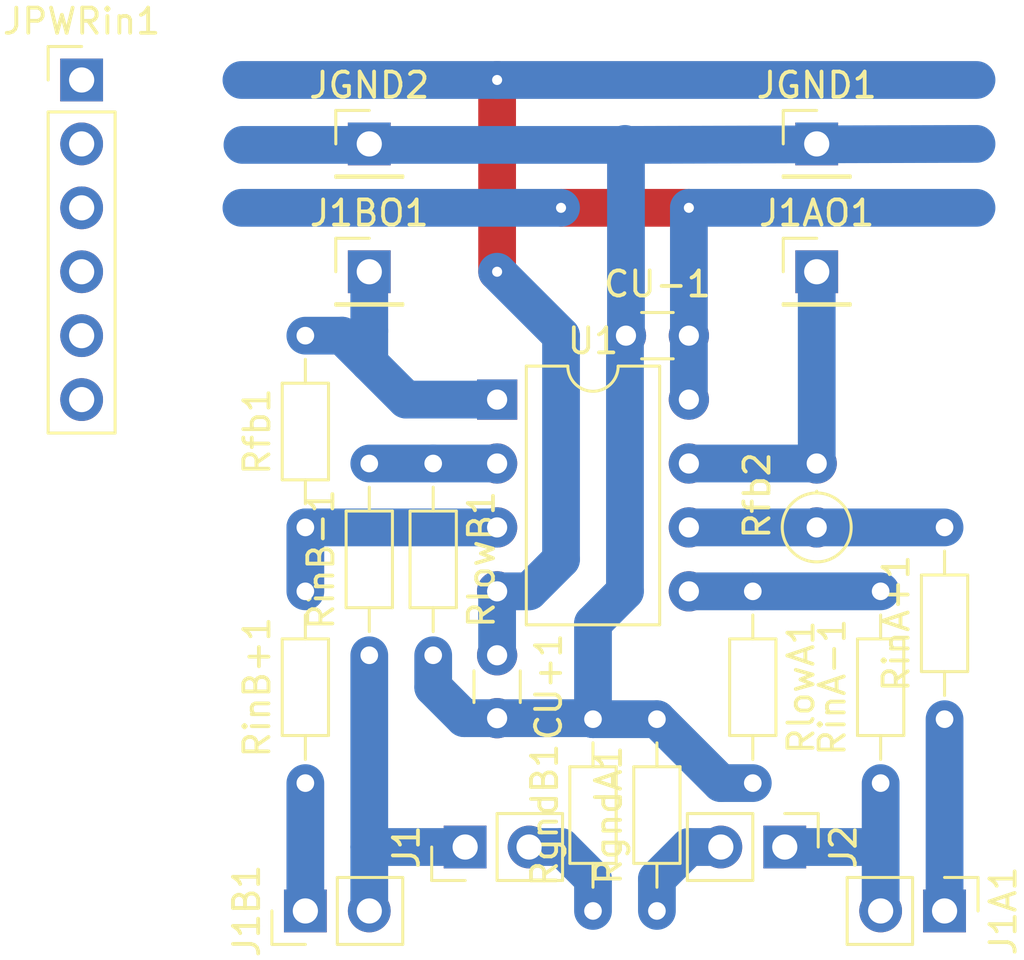
<source format=kicad_pcb>
(kicad_pcb (version 20171130) (host pcbnew 5.0.2-bee76a0~70~ubuntu16.04.1)

  (general
    (thickness 1.6)
    (drawings 0)
    (tracks 63)
    (zones 0)
    (modules 22)
    (nets 16)
  )

  (page A4)
  (layers
    (0 F.Cu signal)
    (31 B.Cu signal)
    (32 B.Adhes user)
    (33 F.Adhes user)
    (34 B.Paste user)
    (35 F.Paste user)
    (36 B.SilkS user)
    (37 F.SilkS user)
    (38 B.Mask user)
    (39 F.Mask user)
    (40 Dwgs.User user)
    (41 Cmts.User user)
    (42 Eco1.User user)
    (43 Eco2.User user)
    (44 Edge.Cuts user)
    (45 Margin user)
    (46 B.CrtYd user)
    (47 F.CrtYd user)
    (48 B.Fab user)
    (49 F.Fab user hide)
  )

  (setup
    (last_trace_width 1.5)
    (trace_clearance 0.2)
    (zone_clearance 0.508)
    (zone_45_only no)
    (trace_min 0.2)
    (segment_width 0.2)
    (edge_width 0.1)
    (via_size 0.8)
    (via_drill 0.4)
    (via_min_size 0.4)
    (via_min_drill 0.3)
    (uvia_size 0.3)
    (uvia_drill 0.1)
    (uvias_allowed no)
    (uvia_min_size 0.2)
    (uvia_min_drill 0.1)
    (pcb_text_width 0.3)
    (pcb_text_size 1.5 1.5)
    (mod_edge_width 0.15)
    (mod_text_size 1 1)
    (mod_text_width 0.15)
    (pad_size 1.5 1.5)
    (pad_drill 0.6)
    (pad_to_mask_clearance 0)
    (solder_mask_min_width 0.25)
    (aux_axis_origin 0 0)
    (visible_elements FFFFFF7F)
    (pcbplotparams
      (layerselection 0x010fc_ffffffff)
      (usegerberextensions false)
      (usegerberattributes false)
      (usegerberadvancedattributes false)
      (creategerberjobfile false)
      (excludeedgelayer true)
      (linewidth 0.100000)
      (plotframeref false)
      (viasonmask false)
      (mode 1)
      (useauxorigin false)
      (hpglpennumber 1)
      (hpglpenspeed 20)
      (hpglpendiameter 15.000000)
      (psnegative false)
      (psa4output false)
      (plotreference true)
      (plotvalue true)
      (plotinvisibletext false)
      (padsonsilk false)
      (subtractmaskfromsilk false)
      (outputformat 1)
      (mirror false)
      (drillshape 1)
      (scaleselection 1)
      (outputdirectory ""))
  )

  (net 0 "")
  (net 1 +15V)
  (net 2 GNDA)
  (net 3 -15V)
  (net 4 /input1/inB-)
  (net 5 "Net-(J1-Pad2)")
  (net 6 /input1/inA-)
  (net 7 "Net-(J2-Pad2)")
  (net 8 /input1/inA+)
  (net 9 /input1/inB+)
  (net 10 "Net-(Rfb1-Pad1)")
  (net 11 /input1/outB)
  (net 12 "Net-(Rfb2-Pad1)")
  (net 13 /input1/outA)
  (net 14 "Net-(RinA-1-Pad2)")
  (net 15 "Net-(RinB-1-Pad2)")

  (net_class Default "This is the default net class."
    (clearance 0.2)
    (trace_width 1.5)
    (via_dia 0.8)
    (via_drill 0.4)
    (uvia_dia 0.3)
    (uvia_drill 0.1)
    (add_net +15V)
    (add_net -15V)
    (add_net /input1/inA+)
    (add_net /input1/inA-)
    (add_net /input1/inB+)
    (add_net /input1/inB-)
    (add_net /input1/outA)
    (add_net /input1/outB)
    (add_net GNDA)
    (add_net "Net-(J1-Pad2)")
    (add_net "Net-(J2-Pad2)")
    (add_net "Net-(Rfb1-Pad1)")
    (add_net "Net-(Rfb2-Pad1)")
    (add_net "Net-(RinA-1-Pad2)")
    (add_net "Net-(RinB-1-Pad2)")
  )

  (module Capacitor_THT:C_Disc_D3.0mm_W1.6mm_P2.50mm (layer F.Cu) (tedit 5AE50EF0) (tstamp 5C05A0D3)
    (at 40.64 43.18 270)
    (descr "C, Disc series, Radial, pin pitch=2.50mm, , diameter*width=3.0*1.6mm^2, Capacitor, http://www.vishay.com/docs/45233/krseries.pdf")
    (tags "C Disc series Radial pin pitch 2.50mm  diameter 3.0mm width 1.6mm Capacitor")
    (path /5C06F581/5C073395)
    (fp_text reference CU+1 (at 1.25 -2.05 270) (layer F.SilkS)
      (effects (font (size 1 1) (thickness 0.15)))
    )
    (fp_text value 100n (at 1.25 2.05 270) (layer F.Fab)
      (effects (font (size 1 1) (thickness 0.15)))
    )
    (fp_line (start -0.25 -0.8) (end -0.25 0.8) (layer F.Fab) (width 0.1))
    (fp_line (start -0.25 0.8) (end 2.75 0.8) (layer F.Fab) (width 0.1))
    (fp_line (start 2.75 0.8) (end 2.75 -0.8) (layer F.Fab) (width 0.1))
    (fp_line (start 2.75 -0.8) (end -0.25 -0.8) (layer F.Fab) (width 0.1))
    (fp_line (start 0.621 -0.92) (end 1.879 -0.92) (layer F.SilkS) (width 0.12))
    (fp_line (start 0.621 0.92) (end 1.879 0.92) (layer F.SilkS) (width 0.12))
    (fp_line (start -1.05 -1.05) (end -1.05 1.05) (layer F.CrtYd) (width 0.05))
    (fp_line (start -1.05 1.05) (end 3.55 1.05) (layer F.CrtYd) (width 0.05))
    (fp_line (start 3.55 1.05) (end 3.55 -1.05) (layer F.CrtYd) (width 0.05))
    (fp_line (start 3.55 -1.05) (end -1.05 -1.05) (layer F.CrtYd) (width 0.05))
    (fp_text user %R (at 1.25 0 270) (layer F.Fab)
      (effects (font (size 0.6 0.6) (thickness 0.09)))
    )
    (pad 1 thru_hole circle (at 0 0 270) (size 1.6 1.6) (drill 0.8) (layers *.Cu *.Mask)
      (net 1 +15V))
    (pad 2 thru_hole circle (at 2.5 0 270) (size 1.6 1.6) (drill 0.8) (layers *.Cu *.Mask)
      (net 2 GNDA))
    (model ${KISYS3DMOD}/Capacitor_THT.3dshapes/C_Disc_D3.0mm_W1.6mm_P2.50mm.wrl
      (at (xyz 0 0 0))
      (scale (xyz 1 1 1))
      (rotate (xyz 0 0 0))
    )
  )

  (module Capacitor_THT:C_Disc_D3.0mm_W1.6mm_P2.50mm (layer F.Cu) (tedit 5AE50EF0) (tstamp 5C05A184)
    (at 45.76 30.48)
    (descr "C, Disc series, Radial, pin pitch=2.50mm, , diameter*width=3.0*1.6mm^2, Capacitor, http://www.vishay.com/docs/45233/krseries.pdf")
    (tags "C Disc series Radial pin pitch 2.50mm  diameter 3.0mm width 1.6mm Capacitor")
    (path /5C06F581/5C0733A6)
    (fp_text reference CU-1 (at 1.25 -2.05) (layer F.SilkS)
      (effects (font (size 1 1) (thickness 0.15)))
    )
    (fp_text value 100n (at 1.25 2.05) (layer F.Fab)
      (effects (font (size 1 1) (thickness 0.15)))
    )
    (fp_text user %R (at 1.25 0) (layer F.Fab)
      (effects (font (size 0.6 0.6) (thickness 0.09)))
    )
    (fp_line (start 3.55 -1.05) (end -1.05 -1.05) (layer F.CrtYd) (width 0.05))
    (fp_line (start 3.55 1.05) (end 3.55 -1.05) (layer F.CrtYd) (width 0.05))
    (fp_line (start -1.05 1.05) (end 3.55 1.05) (layer F.CrtYd) (width 0.05))
    (fp_line (start -1.05 -1.05) (end -1.05 1.05) (layer F.CrtYd) (width 0.05))
    (fp_line (start 0.621 0.92) (end 1.879 0.92) (layer F.SilkS) (width 0.12))
    (fp_line (start 0.621 -0.92) (end 1.879 -0.92) (layer F.SilkS) (width 0.12))
    (fp_line (start 2.75 -0.8) (end -0.25 -0.8) (layer F.Fab) (width 0.1))
    (fp_line (start 2.75 0.8) (end 2.75 -0.8) (layer F.Fab) (width 0.1))
    (fp_line (start -0.25 0.8) (end 2.75 0.8) (layer F.Fab) (width 0.1))
    (fp_line (start -0.25 -0.8) (end -0.25 0.8) (layer F.Fab) (width 0.1))
    (pad 2 thru_hole circle (at 2.5 0) (size 1.6 1.6) (drill 0.8) (layers *.Cu *.Mask)
      (net 3 -15V))
    (pad 1 thru_hole circle (at 0 0) (size 1.6 1.6) (drill 0.8) (layers *.Cu *.Mask)
      (net 2 GNDA))
    (model ${KISYS3DMOD}/Capacitor_THT.3dshapes/C_Disc_D3.0mm_W1.6mm_P2.50mm.wrl
      (at (xyz 0 0 0))
      (scale (xyz 1 1 1))
      (rotate (xyz 0 0 0))
    )
  )

  (module Connector_PinHeader_2.54mm:PinHeader_1x02_P2.54mm_Vertical (layer F.Cu) (tedit 59FED5CC) (tstamp 5C05A14A)
    (at 39.37 50.8 90)
    (descr "Through hole straight pin header, 1x02, 2.54mm pitch, single row")
    (tags "Through hole pin header THT 1x02 2.54mm single row")
    (path /5C06F581/5C072525)
    (fp_text reference J1 (at 0 -2.33 90) (layer F.SilkS)
      (effects (font (size 1 1) (thickness 0.15)))
    )
    (fp_text value Jumper (at 0 4.87 90) (layer F.Fab)
      (effects (font (size 1 1) (thickness 0.15)))
    )
    (fp_line (start -0.635 -1.27) (end 1.27 -1.27) (layer F.Fab) (width 0.1))
    (fp_line (start 1.27 -1.27) (end 1.27 3.81) (layer F.Fab) (width 0.1))
    (fp_line (start 1.27 3.81) (end -1.27 3.81) (layer F.Fab) (width 0.1))
    (fp_line (start -1.27 3.81) (end -1.27 -0.635) (layer F.Fab) (width 0.1))
    (fp_line (start -1.27 -0.635) (end -0.635 -1.27) (layer F.Fab) (width 0.1))
    (fp_line (start -1.33 3.87) (end 1.33 3.87) (layer F.SilkS) (width 0.12))
    (fp_line (start -1.33 1.27) (end -1.33 3.87) (layer F.SilkS) (width 0.12))
    (fp_line (start 1.33 1.27) (end 1.33 3.87) (layer F.SilkS) (width 0.12))
    (fp_line (start -1.33 1.27) (end 1.33 1.27) (layer F.SilkS) (width 0.12))
    (fp_line (start -1.33 0) (end -1.33 -1.33) (layer F.SilkS) (width 0.12))
    (fp_line (start -1.33 -1.33) (end 0 -1.33) (layer F.SilkS) (width 0.12))
    (fp_line (start -1.8 -1.8) (end -1.8 4.35) (layer F.CrtYd) (width 0.05))
    (fp_line (start -1.8 4.35) (end 1.8 4.35) (layer F.CrtYd) (width 0.05))
    (fp_line (start 1.8 4.35) (end 1.8 -1.8) (layer F.CrtYd) (width 0.05))
    (fp_line (start 1.8 -1.8) (end -1.8 -1.8) (layer F.CrtYd) (width 0.05))
    (fp_text user %R (at 0 1.27 180) (layer F.Fab)
      (effects (font (size 1 1) (thickness 0.15)))
    )
    (pad 1 thru_hole rect (at 0 0 90) (size 1.7 1.7) (drill 1) (layers *.Cu *.Mask)
      (net 4 /input1/inB-))
    (pad 2 thru_hole oval (at 0 2.54 90) (size 1.7 1.7) (drill 1) (layers *.Cu *.Mask)
      (net 5 "Net-(J1-Pad2)"))
    (model ${KISYS3DMOD}/Connector_PinHeader_2.54mm.3dshapes/PinHeader_1x02_P2.54mm_Vertical.wrl
      (at (xyz 0 0 0))
      (scale (xyz 1 1 1))
      (rotate (xyz 0 0 0))
    )
  )

  (module Connector_PinHeader_2.54mm:PinHeader_1x02_P2.54mm_Vertical (layer F.Cu) (tedit 5C05736E) (tstamp 5C059DCF)
    (at 52.07 50.8 270)
    (descr "Through hole straight pin header, 1x02, 2.54mm pitch, single row")
    (tags "Through hole pin header THT 1x02 2.54mm single row")
    (path /5C06F581/5C0724DE)
    (fp_text reference J2 (at 0 -2.33 270) (layer F.SilkS)
      (effects (font (size 1 1) (thickness 0.15)))
    )
    (fp_text value Jumper (at 0 4.87 270) (layer F.Fab)
      (effects (font (size 1 1) (thickness 0.15)))
    )
    (fp_line (start -0.635 -1.27) (end 1.27 -1.27) (layer F.Fab) (width 0.1))
    (fp_line (start 1.27 -1.27) (end 1.27 3.81) (layer F.Fab) (width 0.1))
    (fp_line (start 1.27 3.81) (end -1.27 3.81) (layer F.Fab) (width 0.1))
    (fp_line (start -1.27 3.81) (end -1.27 -0.635) (layer F.Fab) (width 0.1))
    (fp_line (start -1.27 -0.635) (end -0.635 -1.27) (layer F.Fab) (width 0.1))
    (fp_line (start -1.33 3.87) (end 1.33 3.87) (layer F.SilkS) (width 0.12))
    (fp_line (start -1.33 1.27) (end -1.33 3.87) (layer F.SilkS) (width 0.12))
    (fp_line (start 1.33 1.27) (end 1.33 3.87) (layer F.SilkS) (width 0.12))
    (fp_line (start -1.33 1.27) (end 1.33 1.27) (layer F.SilkS) (width 0.12))
    (fp_line (start -1.33 0) (end -1.33 -1.33) (layer F.SilkS) (width 0.12))
    (fp_line (start -1.33 -1.33) (end 0 -1.33) (layer F.SilkS) (width 0.12))
    (fp_line (start -1.8 -1.8) (end -1.8 4.35) (layer F.CrtYd) (width 0.05))
    (fp_line (start -1.8 4.35) (end 1.8 4.35) (layer F.CrtYd) (width 0.05))
    (fp_line (start 1.8 4.35) (end 1.8 -1.8) (layer F.CrtYd) (width 0.05))
    (fp_line (start 1.8 -1.8) (end -1.8 -1.8) (layer F.CrtYd) (width 0.05))
    (fp_text user %R (at 0 1.27) (layer F.Fab)
      (effects (font (size 1 1) (thickness 0.15)))
    )
    (pad 1 thru_hole rect (at 0 0 270) (size 1.7 1.7) (drill 1) (layers *.Cu *.Mask)
      (net 6 /input1/inA-))
    (pad 2 thru_hole oval (at 0 2.54 270) (size 1.7 1.7) (drill 1) (layers *.Cu *.Mask)
      (net 7 "Net-(J2-Pad2)"))
    (model ${KISYS3DMOD}/Connector_PinHeader_2.54mm.3dshapes/PinHeader_1x02_P2.54mm_Vertical.wrl
      (at (xyz 0 0 0))
      (scale (xyz 1 1 1))
      (rotate (xyz 0 0 0))
    )
  )

  (module Connector_PinHeader_2.54mm:PinHeader_1x02_P2.54mm_Vertical (layer F.Cu) (tedit 59FED5CC) (tstamp 5C059C61)
    (at 58.42 53.34 270)
    (descr "Through hole straight pin header, 1x02, 2.54mm pitch, single row")
    (tags "Through hole pin header THT 1x02 2.54mm single row")
    (path /5BC9D135)
    (fp_text reference J1A1 (at 0 -2.33 270) (layer F.SilkS)
      (effects (font (size 1 1) (thickness 0.15)))
    )
    (fp_text value "Audio In 1 A" (at 0 4.87 270) (layer F.Fab)
      (effects (font (size 1 1) (thickness 0.15)))
    )
    (fp_text user %R (at 0 1.27) (layer F.Fab)
      (effects (font (size 1 1) (thickness 0.15)))
    )
    (fp_line (start 1.8 -1.8) (end -1.8 -1.8) (layer F.CrtYd) (width 0.05))
    (fp_line (start 1.8 4.35) (end 1.8 -1.8) (layer F.CrtYd) (width 0.05))
    (fp_line (start -1.8 4.35) (end 1.8 4.35) (layer F.CrtYd) (width 0.05))
    (fp_line (start -1.8 -1.8) (end -1.8 4.35) (layer F.CrtYd) (width 0.05))
    (fp_line (start -1.33 -1.33) (end 0 -1.33) (layer F.SilkS) (width 0.12))
    (fp_line (start -1.33 0) (end -1.33 -1.33) (layer F.SilkS) (width 0.12))
    (fp_line (start -1.33 1.27) (end 1.33 1.27) (layer F.SilkS) (width 0.12))
    (fp_line (start 1.33 1.27) (end 1.33 3.87) (layer F.SilkS) (width 0.12))
    (fp_line (start -1.33 1.27) (end -1.33 3.87) (layer F.SilkS) (width 0.12))
    (fp_line (start -1.33 3.87) (end 1.33 3.87) (layer F.SilkS) (width 0.12))
    (fp_line (start -1.27 -0.635) (end -0.635 -1.27) (layer F.Fab) (width 0.1))
    (fp_line (start -1.27 3.81) (end -1.27 -0.635) (layer F.Fab) (width 0.1))
    (fp_line (start 1.27 3.81) (end -1.27 3.81) (layer F.Fab) (width 0.1))
    (fp_line (start 1.27 -1.27) (end 1.27 3.81) (layer F.Fab) (width 0.1))
    (fp_line (start -0.635 -1.27) (end 1.27 -1.27) (layer F.Fab) (width 0.1))
    (pad 2 thru_hole oval (at 0 2.54 270) (size 1.7 1.7) (drill 1) (layers *.Cu *.Mask)
      (net 6 /input1/inA-))
    (pad 1 thru_hole rect (at 0 0 270) (size 1.7 1.7) (drill 1) (layers *.Cu *.Mask)
      (net 8 /input1/inA+))
    (model ${KISYS3DMOD}/Connector_PinHeader_2.54mm.3dshapes/PinHeader_1x02_P2.54mm_Vertical.wrl
      (at (xyz 0 0 0))
      (scale (xyz 1 1 1))
      (rotate (xyz 0 0 0))
    )
  )

  (module Connector_PinHeader_2.54mm:PinHeader_1x01_P2.54mm_Vertical (layer F.Cu) (tedit 59FED5CC) (tstamp 5C059CBD)
    (at 53.34 27.94)
    (descr "Through hole straight pin header, 1x01, 2.54mm pitch, single row")
    (tags "Through hole pin header THT 1x01 2.54mm single row")
    (path /5BCCAE6C)
    (fp_text reference J1AO1 (at 0 -2.33) (layer F.SilkS)
      (effects (font (size 1 1) (thickness 0.15)))
    )
    (fp_text value toInVolume (at 0 2.33) (layer F.Fab)
      (effects (font (size 1 1) (thickness 0.15)))
    )
    (fp_text user %R (at 0 0 90) (layer F.Fab)
      (effects (font (size 1 1) (thickness 0.15)))
    )
    (fp_line (start 1.8 -1.8) (end -1.8 -1.8) (layer F.CrtYd) (width 0.05))
    (fp_line (start 1.8 1.8) (end 1.8 -1.8) (layer F.CrtYd) (width 0.05))
    (fp_line (start -1.8 1.8) (end 1.8 1.8) (layer F.CrtYd) (width 0.05))
    (fp_line (start -1.8 -1.8) (end -1.8 1.8) (layer F.CrtYd) (width 0.05))
    (fp_line (start -1.33 -1.33) (end 0 -1.33) (layer F.SilkS) (width 0.12))
    (fp_line (start -1.33 0) (end -1.33 -1.33) (layer F.SilkS) (width 0.12))
    (fp_line (start -1.33 1.27) (end 1.33 1.27) (layer F.SilkS) (width 0.12))
    (fp_line (start 1.33 1.27) (end 1.33 1.33) (layer F.SilkS) (width 0.12))
    (fp_line (start -1.33 1.27) (end -1.33 1.33) (layer F.SilkS) (width 0.12))
    (fp_line (start -1.33 1.33) (end 1.33 1.33) (layer F.SilkS) (width 0.12))
    (fp_line (start -1.27 -0.635) (end -0.635 -1.27) (layer F.Fab) (width 0.1))
    (fp_line (start -1.27 1.27) (end -1.27 -0.635) (layer F.Fab) (width 0.1))
    (fp_line (start 1.27 1.27) (end -1.27 1.27) (layer F.Fab) (width 0.1))
    (fp_line (start 1.27 -1.27) (end 1.27 1.27) (layer F.Fab) (width 0.1))
    (fp_line (start -0.635 -1.27) (end 1.27 -1.27) (layer F.Fab) (width 0.1))
    (pad 1 thru_hole rect (at 0 0) (size 1.7 1.7) (drill 1) (layers *.Cu *.Mask)
      (net 13 /input1/outA))
    (model ${KISYS3DMOD}/Connector_PinHeader_2.54mm.3dshapes/PinHeader_1x01_P2.54mm_Vertical.wrl
      (at (xyz 0 0 0))
      (scale (xyz 1 1 1))
      (rotate (xyz 0 0 0))
    )
  )

  (module Connector_PinHeader_2.54mm:PinHeader_1x02_P2.54mm_Vertical (layer F.Cu) (tedit 59FED5CC) (tstamp 5C05A099)
    (at 33.02 53.34 90)
    (descr "Through hole straight pin header, 1x02, 2.54mm pitch, single row")
    (tags "Through hole pin header THT 1x02 2.54mm single row")
    (path /5BCB9F7A)
    (fp_text reference J1B1 (at 0 -2.33 90) (layer F.SilkS)
      (effects (font (size 1 1) (thickness 0.15)))
    )
    (fp_text value "Audio In 1 B" (at 0 4.87 90) (layer F.Fab)
      (effects (font (size 1 1) (thickness 0.15)))
    )
    (fp_text user %R (at 0 1.27 180) (layer F.Fab)
      (effects (font (size 1 1) (thickness 0.15)))
    )
    (fp_line (start 1.8 -1.8) (end -1.8 -1.8) (layer F.CrtYd) (width 0.05))
    (fp_line (start 1.8 4.35) (end 1.8 -1.8) (layer F.CrtYd) (width 0.05))
    (fp_line (start -1.8 4.35) (end 1.8 4.35) (layer F.CrtYd) (width 0.05))
    (fp_line (start -1.8 -1.8) (end -1.8 4.35) (layer F.CrtYd) (width 0.05))
    (fp_line (start -1.33 -1.33) (end 0 -1.33) (layer F.SilkS) (width 0.12))
    (fp_line (start -1.33 0) (end -1.33 -1.33) (layer F.SilkS) (width 0.12))
    (fp_line (start -1.33 1.27) (end 1.33 1.27) (layer F.SilkS) (width 0.12))
    (fp_line (start 1.33 1.27) (end 1.33 3.87) (layer F.SilkS) (width 0.12))
    (fp_line (start -1.33 1.27) (end -1.33 3.87) (layer F.SilkS) (width 0.12))
    (fp_line (start -1.33 3.87) (end 1.33 3.87) (layer F.SilkS) (width 0.12))
    (fp_line (start -1.27 -0.635) (end -0.635 -1.27) (layer F.Fab) (width 0.1))
    (fp_line (start -1.27 3.81) (end -1.27 -0.635) (layer F.Fab) (width 0.1))
    (fp_line (start 1.27 3.81) (end -1.27 3.81) (layer F.Fab) (width 0.1))
    (fp_line (start 1.27 -1.27) (end 1.27 3.81) (layer F.Fab) (width 0.1))
    (fp_line (start -0.635 -1.27) (end 1.27 -1.27) (layer F.Fab) (width 0.1))
    (pad 2 thru_hole oval (at 0 2.54 90) (size 1.7 1.7) (drill 1) (layers *.Cu *.Mask)
      (net 4 /input1/inB-))
    (pad 1 thru_hole rect (at 0 0 90) (size 1.7 1.7) (drill 1) (layers *.Cu *.Mask)
      (net 9 /input1/inB+))
    (model ${KISYS3DMOD}/Connector_PinHeader_2.54mm.3dshapes/PinHeader_1x02_P2.54mm_Vertical.wrl
      (at (xyz 0 0 0))
      (scale (xyz 1 1 1))
      (rotate (xyz 0 0 0))
    )
  )

  (module Connector_PinHeader_2.54mm:PinHeader_1x01_P2.54mm_Vertical (layer F.Cu) (tedit 59FED5CC) (tstamp 5C05A05C)
    (at 35.56 27.94)
    (descr "Through hole straight pin header, 1x01, 2.54mm pitch, single row")
    (tags "Through hole pin header THT 1x01 2.54mm single row")
    (path /5C08C061)
    (fp_text reference J1BO1 (at 0 -2.33) (layer F.SilkS)
      (effects (font (size 1 1) (thickness 0.15)))
    )
    (fp_text value toInVolume (at 0 2.33) (layer F.Fab)
      (effects (font (size 1 1) (thickness 0.15)))
    )
    (fp_line (start -0.635 -1.27) (end 1.27 -1.27) (layer F.Fab) (width 0.1))
    (fp_line (start 1.27 -1.27) (end 1.27 1.27) (layer F.Fab) (width 0.1))
    (fp_line (start 1.27 1.27) (end -1.27 1.27) (layer F.Fab) (width 0.1))
    (fp_line (start -1.27 1.27) (end -1.27 -0.635) (layer F.Fab) (width 0.1))
    (fp_line (start -1.27 -0.635) (end -0.635 -1.27) (layer F.Fab) (width 0.1))
    (fp_line (start -1.33 1.33) (end 1.33 1.33) (layer F.SilkS) (width 0.12))
    (fp_line (start -1.33 1.27) (end -1.33 1.33) (layer F.SilkS) (width 0.12))
    (fp_line (start 1.33 1.27) (end 1.33 1.33) (layer F.SilkS) (width 0.12))
    (fp_line (start -1.33 1.27) (end 1.33 1.27) (layer F.SilkS) (width 0.12))
    (fp_line (start -1.33 0) (end -1.33 -1.33) (layer F.SilkS) (width 0.12))
    (fp_line (start -1.33 -1.33) (end 0 -1.33) (layer F.SilkS) (width 0.12))
    (fp_line (start -1.8 -1.8) (end -1.8 1.8) (layer F.CrtYd) (width 0.05))
    (fp_line (start -1.8 1.8) (end 1.8 1.8) (layer F.CrtYd) (width 0.05))
    (fp_line (start 1.8 1.8) (end 1.8 -1.8) (layer F.CrtYd) (width 0.05))
    (fp_line (start 1.8 -1.8) (end -1.8 -1.8) (layer F.CrtYd) (width 0.05))
    (fp_text user %R (at 0 0 90) (layer F.Fab)
      (effects (font (size 1 1) (thickness 0.15)))
    )
    (pad 1 thru_hole rect (at 0 0) (size 1.7 1.7) (drill 1) (layers *.Cu *.Mask)
      (net 11 /input1/outB))
    (model ${KISYS3DMOD}/Connector_PinHeader_2.54mm.3dshapes/PinHeader_1x01_P2.54mm_Vertical.wrl
      (at (xyz 0 0 0))
      (scale (xyz 1 1 1))
      (rotate (xyz 0 0 0))
    )
  )

  (module Connector_PinHeader_2.54mm:PinHeader_1x06_P2.54mm_Vertical (layer F.Cu) (tedit 59FED5CC) (tstamp 5C055E6C)
    (at 24.13 20.32)
    (descr "Through hole straight pin header, 1x06, 2.54mm pitch, single row")
    (tags "Through hole pin header THT 1x06 2.54mm single row")
    (path /5BD53C35)
    (fp_text reference JPWRin1 (at 0 -2.33) (layer F.SilkS)
      (effects (font (size 1 1) (thickness 0.15)))
    )
    (fp_text value "+-15V In" (at 0 15.03) (layer F.Fab)
      (effects (font (size 1 1) (thickness 0.15)))
    )
    (fp_line (start -0.635 -1.27) (end 1.27 -1.27) (layer F.Fab) (width 0.1))
    (fp_line (start 1.27 -1.27) (end 1.27 13.97) (layer F.Fab) (width 0.1))
    (fp_line (start 1.27 13.97) (end -1.27 13.97) (layer F.Fab) (width 0.1))
    (fp_line (start -1.27 13.97) (end -1.27 -0.635) (layer F.Fab) (width 0.1))
    (fp_line (start -1.27 -0.635) (end -0.635 -1.27) (layer F.Fab) (width 0.1))
    (fp_line (start -1.33 14.03) (end 1.33 14.03) (layer F.SilkS) (width 0.12))
    (fp_line (start -1.33 1.27) (end -1.33 14.03) (layer F.SilkS) (width 0.12))
    (fp_line (start 1.33 1.27) (end 1.33 14.03) (layer F.SilkS) (width 0.12))
    (fp_line (start -1.33 1.27) (end 1.33 1.27) (layer F.SilkS) (width 0.12))
    (fp_line (start -1.33 0) (end -1.33 -1.33) (layer F.SilkS) (width 0.12))
    (fp_line (start -1.33 -1.33) (end 0 -1.33) (layer F.SilkS) (width 0.12))
    (fp_line (start -1.8 -1.8) (end -1.8 14.5) (layer F.CrtYd) (width 0.05))
    (fp_line (start -1.8 14.5) (end 1.8 14.5) (layer F.CrtYd) (width 0.05))
    (fp_line (start 1.8 14.5) (end 1.8 -1.8) (layer F.CrtYd) (width 0.05))
    (fp_line (start 1.8 -1.8) (end -1.8 -1.8) (layer F.CrtYd) (width 0.05))
    (fp_text user %R (at 0 6.35 90) (layer F.Fab)
      (effects (font (size 1 1) (thickness 0.15)))
    )
    (pad 1 thru_hole rect (at 0 0) (size 1.7 1.7) (drill 1) (layers *.Cu *.Mask)
      (net 1 +15V))
    (pad 2 thru_hole oval (at 0 2.54) (size 1.7 1.7) (drill 1) (layers *.Cu *.Mask)
      (net 1 +15V))
    (pad 3 thru_hole oval (at 0 5.08) (size 1.7 1.7) (drill 1) (layers *.Cu *.Mask)
      (net 2 GNDA))
    (pad 4 thru_hole oval (at 0 7.62) (size 1.7 1.7) (drill 1) (layers *.Cu *.Mask)
      (net 2 GNDA))
    (pad 5 thru_hole oval (at 0 10.16) (size 1.7 1.7) (drill 1) (layers *.Cu *.Mask)
      (net 3 -15V))
    (pad 6 thru_hole oval (at 0 12.7) (size 1.7 1.7) (drill 1) (layers *.Cu *.Mask)
      (net 3 -15V))
    (model ${KISYS3DMOD}/Connector_PinHeader_2.54mm.3dshapes/PinHeader_1x06_P2.54mm_Vertical.wrl
      (at (xyz 0 0 0))
      (scale (xyz 1 1 1))
      (rotate (xyz 0 0 0))
    )
  )

  (module Resistor_THT:R_Axial_DIN0204_L3.6mm_D1.6mm_P7.62mm_Horizontal (layer F.Cu) (tedit 5AE5139B) (tstamp 5C059F0B)
    (at 46.99 53.34 90)
    (descr "Resistor, Axial_DIN0204 series, Axial, Horizontal, pin pitch=7.62mm, 0.167W, length*diameter=3.6*1.6mm^2, http://cdn-reichelt.de/documents/datenblatt/B400/1_4W%23YAG.pdf")
    (tags "Resistor Axial_DIN0204 series Axial Horizontal pin pitch 7.62mm 0.167W length 3.6mm diameter 1.6mm")
    (path /5C06F581/5C0724C4)
    (fp_text reference RgndA1 (at 3.81 -1.92 90) (layer F.SilkS)
      (effects (font (size 1 1) (thickness 0.15)))
    )
    (fp_text value 10 (at 3.81 1.92 90) (layer F.Fab)
      (effects (font (size 1 1) (thickness 0.15)))
    )
    (fp_text user %R (at 3.81 0 90) (layer F.Fab)
      (effects (font (size 0.72 0.72) (thickness 0.108)))
    )
    (fp_line (start 8.57 -1.05) (end -0.95 -1.05) (layer F.CrtYd) (width 0.05))
    (fp_line (start 8.57 1.05) (end 8.57 -1.05) (layer F.CrtYd) (width 0.05))
    (fp_line (start -0.95 1.05) (end 8.57 1.05) (layer F.CrtYd) (width 0.05))
    (fp_line (start -0.95 -1.05) (end -0.95 1.05) (layer F.CrtYd) (width 0.05))
    (fp_line (start 6.68 0) (end 5.73 0) (layer F.SilkS) (width 0.12))
    (fp_line (start 0.94 0) (end 1.89 0) (layer F.SilkS) (width 0.12))
    (fp_line (start 5.73 -0.92) (end 1.89 -0.92) (layer F.SilkS) (width 0.12))
    (fp_line (start 5.73 0.92) (end 5.73 -0.92) (layer F.SilkS) (width 0.12))
    (fp_line (start 1.89 0.92) (end 5.73 0.92) (layer F.SilkS) (width 0.12))
    (fp_line (start 1.89 -0.92) (end 1.89 0.92) (layer F.SilkS) (width 0.12))
    (fp_line (start 7.62 0) (end 5.61 0) (layer F.Fab) (width 0.1))
    (fp_line (start 0 0) (end 2.01 0) (layer F.Fab) (width 0.1))
    (fp_line (start 5.61 -0.8) (end 2.01 -0.8) (layer F.Fab) (width 0.1))
    (fp_line (start 5.61 0.8) (end 5.61 -0.8) (layer F.Fab) (width 0.1))
    (fp_line (start 2.01 0.8) (end 5.61 0.8) (layer F.Fab) (width 0.1))
    (fp_line (start 2.01 -0.8) (end 2.01 0.8) (layer F.Fab) (width 0.1))
    (pad 2 thru_hole oval (at 7.62 0 90) (size 1.4 1.4) (drill 0.7) (layers *.Cu *.Mask)
      (net 2 GNDA))
    (pad 1 thru_hole circle (at 0 0 90) (size 1.4 1.4) (drill 0.7) (layers *.Cu *.Mask)
      (net 7 "Net-(J2-Pad2)"))
    (model ${KISYS3DMOD}/Resistor_THT.3dshapes/R_Axial_DIN0204_L3.6mm_D1.6mm_P7.62mm_Horizontal.wrl
      (at (xyz 0 0 0))
      (scale (xyz 1 1 1))
      (rotate (xyz 0 0 0))
    )
  )

  (module Resistor_THT:R_Axial_DIN0204_L3.6mm_D1.6mm_P7.62mm_Horizontal (layer F.Cu) (tedit 5AE5139B) (tstamp 5C059F4D)
    (at 44.45 53.34 90)
    (descr "Resistor, Axial_DIN0204 series, Axial, Horizontal, pin pitch=7.62mm, 0.167W, length*diameter=3.6*1.6mm^2, http://cdn-reichelt.de/documents/datenblatt/B400/1_4W%23YAG.pdf")
    (tags "Resistor Axial_DIN0204 series Axial Horizontal pin pitch 7.62mm 0.167W length 3.6mm diameter 1.6mm")
    (path /5C06F581/5C072512)
    (fp_text reference RgndB1 (at 3.81 -1.92 90) (layer F.SilkS)
      (effects (font (size 1 1) (thickness 0.15)))
    )
    (fp_text value 10 (at 3.81 1.92 90) (layer F.Fab)
      (effects (font (size 1 1) (thickness 0.15)))
    )
    (fp_text user %R (at 3.81 0 90) (layer F.Fab)
      (effects (font (size 0.72 0.72) (thickness 0.108)))
    )
    (fp_line (start 8.57 -1.05) (end -0.95 -1.05) (layer F.CrtYd) (width 0.05))
    (fp_line (start 8.57 1.05) (end 8.57 -1.05) (layer F.CrtYd) (width 0.05))
    (fp_line (start -0.95 1.05) (end 8.57 1.05) (layer F.CrtYd) (width 0.05))
    (fp_line (start -0.95 -1.05) (end -0.95 1.05) (layer F.CrtYd) (width 0.05))
    (fp_line (start 6.68 0) (end 5.73 0) (layer F.SilkS) (width 0.12))
    (fp_line (start 0.94 0) (end 1.89 0) (layer F.SilkS) (width 0.12))
    (fp_line (start 5.73 -0.92) (end 1.89 -0.92) (layer F.SilkS) (width 0.12))
    (fp_line (start 5.73 0.92) (end 5.73 -0.92) (layer F.SilkS) (width 0.12))
    (fp_line (start 1.89 0.92) (end 5.73 0.92) (layer F.SilkS) (width 0.12))
    (fp_line (start 1.89 -0.92) (end 1.89 0.92) (layer F.SilkS) (width 0.12))
    (fp_line (start 7.62 0) (end 5.61 0) (layer F.Fab) (width 0.1))
    (fp_line (start 0 0) (end 2.01 0) (layer F.Fab) (width 0.1))
    (fp_line (start 5.61 -0.8) (end 2.01 -0.8) (layer F.Fab) (width 0.1))
    (fp_line (start 5.61 0.8) (end 5.61 -0.8) (layer F.Fab) (width 0.1))
    (fp_line (start 2.01 0.8) (end 5.61 0.8) (layer F.Fab) (width 0.1))
    (fp_line (start 2.01 -0.8) (end 2.01 0.8) (layer F.Fab) (width 0.1))
    (pad 2 thru_hole oval (at 7.62 0 90) (size 1.4 1.4) (drill 0.7) (layers *.Cu *.Mask)
      (net 2 GNDA))
    (pad 1 thru_hole circle (at 0 0 90) (size 1.4 1.4) (drill 0.7) (layers *.Cu *.Mask)
      (net 5 "Net-(J1-Pad2)"))
    (model ${KISYS3DMOD}/Resistor_THT.3dshapes/R_Axial_DIN0204_L3.6mm_D1.6mm_P7.62mm_Horizontal.wrl
      (at (xyz 0 0 0))
      (scale (xyz 1 1 1))
      (rotate (xyz 0 0 0))
    )
  )

  (module Resistor_THT:R_Axial_DIN0204_L3.6mm_D1.6mm_P7.62mm_Horizontal (layer F.Cu) (tedit 5AE5139B) (tstamp 5C059E63)
    (at 58.42 45.72 90)
    (descr "Resistor, Axial_DIN0204 series, Axial, Horizontal, pin pitch=7.62mm, 0.167W, length*diameter=3.6*1.6mm^2, http://cdn-reichelt.de/documents/datenblatt/B400/1_4W%23YAG.pdf")
    (tags "Resistor Axial_DIN0204 series Axial Horizontal pin pitch 7.62mm 0.167W length 3.6mm diameter 1.6mm")
    (path /5C06F581/5C07248F)
    (fp_text reference RinA+1 (at 3.81 -1.92 90) (layer F.SilkS)
      (effects (font (size 1 1) (thickness 0.15)))
    )
    (fp_text value 10k (at 3.81 1.92 90) (layer F.Fab)
      (effects (font (size 1 1) (thickness 0.15)))
    )
    (fp_text user %R (at 3.81 0 90) (layer F.Fab)
      (effects (font (size 0.72 0.72) (thickness 0.108)))
    )
    (fp_line (start 8.57 -1.05) (end -0.95 -1.05) (layer F.CrtYd) (width 0.05))
    (fp_line (start 8.57 1.05) (end 8.57 -1.05) (layer F.CrtYd) (width 0.05))
    (fp_line (start -0.95 1.05) (end 8.57 1.05) (layer F.CrtYd) (width 0.05))
    (fp_line (start -0.95 -1.05) (end -0.95 1.05) (layer F.CrtYd) (width 0.05))
    (fp_line (start 6.68 0) (end 5.73 0) (layer F.SilkS) (width 0.12))
    (fp_line (start 0.94 0) (end 1.89 0) (layer F.SilkS) (width 0.12))
    (fp_line (start 5.73 -0.92) (end 1.89 -0.92) (layer F.SilkS) (width 0.12))
    (fp_line (start 5.73 0.92) (end 5.73 -0.92) (layer F.SilkS) (width 0.12))
    (fp_line (start 1.89 0.92) (end 5.73 0.92) (layer F.SilkS) (width 0.12))
    (fp_line (start 1.89 -0.92) (end 1.89 0.92) (layer F.SilkS) (width 0.12))
    (fp_line (start 7.62 0) (end 5.61 0) (layer F.Fab) (width 0.1))
    (fp_line (start 0 0) (end 2.01 0) (layer F.Fab) (width 0.1))
    (fp_line (start 5.61 -0.8) (end 2.01 -0.8) (layer F.Fab) (width 0.1))
    (fp_line (start 5.61 0.8) (end 5.61 -0.8) (layer F.Fab) (width 0.1))
    (fp_line (start 2.01 0.8) (end 5.61 0.8) (layer F.Fab) (width 0.1))
    (fp_line (start 2.01 -0.8) (end 2.01 0.8) (layer F.Fab) (width 0.1))
    (pad 2 thru_hole oval (at 7.62 0 90) (size 1.4 1.4) (drill 0.7) (layers *.Cu *.Mask)
      (net 12 "Net-(Rfb2-Pad1)"))
    (pad 1 thru_hole circle (at 0 0 90) (size 1.4 1.4) (drill 0.7) (layers *.Cu *.Mask)
      (net 8 /input1/inA+))
    (model ${KISYS3DMOD}/Resistor_THT.3dshapes/R_Axial_DIN0204_L3.6mm_D1.6mm_P7.62mm_Horizontal.wrl
      (at (xyz 0 0 0))
      (scale (xyz 1 1 1))
      (rotate (xyz 0 0 0))
    )
  )

  (module Resistor_THT:R_Axial_DIN0204_L3.6mm_D1.6mm_P7.62mm_Horizontal (layer F.Cu) (tedit 5AE5139B) (tstamp 5C059D67)
    (at 55.88 48.26 90)
    (descr "Resistor, Axial_DIN0204 series, Axial, Horizontal, pin pitch=7.62mm, 0.167W, length*diameter=3.6*1.6mm^2, http://cdn-reichelt.de/documents/datenblatt/B400/1_4W%23YAG.pdf")
    (tags "Resistor Axial_DIN0204 series Axial Horizontal pin pitch 7.62mm 0.167W length 3.6mm diameter 1.6mm")
    (path /5C06F581/5C0724AF)
    (fp_text reference RinA-1 (at 3.81 -1.92 90) (layer F.SilkS)
      (effects (font (size 1 1) (thickness 0.15)))
    )
    (fp_text value 10k (at 3.81 1.92 90) (layer F.Fab)
      (effects (font (size 1 1) (thickness 0.15)))
    )
    (fp_text user %R (at 3.81 0 90) (layer F.Fab)
      (effects (font (size 0.72 0.72) (thickness 0.108)))
    )
    (fp_line (start 8.57 -1.05) (end -0.95 -1.05) (layer F.CrtYd) (width 0.05))
    (fp_line (start 8.57 1.05) (end 8.57 -1.05) (layer F.CrtYd) (width 0.05))
    (fp_line (start -0.95 1.05) (end 8.57 1.05) (layer F.CrtYd) (width 0.05))
    (fp_line (start -0.95 -1.05) (end -0.95 1.05) (layer F.CrtYd) (width 0.05))
    (fp_line (start 6.68 0) (end 5.73 0) (layer F.SilkS) (width 0.12))
    (fp_line (start 0.94 0) (end 1.89 0) (layer F.SilkS) (width 0.12))
    (fp_line (start 5.73 -0.92) (end 1.89 -0.92) (layer F.SilkS) (width 0.12))
    (fp_line (start 5.73 0.92) (end 5.73 -0.92) (layer F.SilkS) (width 0.12))
    (fp_line (start 1.89 0.92) (end 5.73 0.92) (layer F.SilkS) (width 0.12))
    (fp_line (start 1.89 -0.92) (end 1.89 0.92) (layer F.SilkS) (width 0.12))
    (fp_line (start 7.62 0) (end 5.61 0) (layer F.Fab) (width 0.1))
    (fp_line (start 0 0) (end 2.01 0) (layer F.Fab) (width 0.1))
    (fp_line (start 5.61 -0.8) (end 2.01 -0.8) (layer F.Fab) (width 0.1))
    (fp_line (start 5.61 0.8) (end 5.61 -0.8) (layer F.Fab) (width 0.1))
    (fp_line (start 2.01 0.8) (end 5.61 0.8) (layer F.Fab) (width 0.1))
    (fp_line (start 2.01 -0.8) (end 2.01 0.8) (layer F.Fab) (width 0.1))
    (pad 2 thru_hole oval (at 7.62 0 90) (size 1.4 1.4) (drill 0.7) (layers *.Cu *.Mask)
      (net 14 "Net-(RinA-1-Pad2)"))
    (pad 1 thru_hole circle (at 0 0 90) (size 1.4 1.4) (drill 0.7) (layers *.Cu *.Mask)
      (net 6 /input1/inA-))
    (model ${KISYS3DMOD}/Resistor_THT.3dshapes/R_Axial_DIN0204_L3.6mm_D1.6mm_P7.62mm_Horizontal.wrl
      (at (xyz 0 0 0))
      (scale (xyz 1 1 1))
      (rotate (xyz 0 0 0))
    )
  )

  (module Resistor_THT:R_Axial_DIN0204_L3.6mm_D1.6mm_P7.62mm_Horizontal (layer F.Cu) (tedit 5AE5139B) (tstamp 5C059D25)
    (at 33.02 48.26 90)
    (descr "Resistor, Axial_DIN0204 series, Axial, Horizontal, pin pitch=7.62mm, 0.167W, length*diameter=3.6*1.6mm^2, http://cdn-reichelt.de/documents/datenblatt/B400/1_4W%23YAG.pdf")
    (tags "Resistor Axial_DIN0204 series Axial Horizontal pin pitch 7.62mm 0.167W length 3.6mm diameter 1.6mm")
    (path /5C06F581/5C0724F2)
    (fp_text reference RinB+1 (at 3.81 -1.92 90) (layer F.SilkS)
      (effects (font (size 1 1) (thickness 0.15)))
    )
    (fp_text value 10k (at 3.81 1.92 90) (layer F.Fab)
      (effects (font (size 1 1) (thickness 0.15)))
    )
    (fp_text user %R (at 3.81 0 90) (layer F.Fab)
      (effects (font (size 0.72 0.72) (thickness 0.108)))
    )
    (fp_line (start 8.57 -1.05) (end -0.95 -1.05) (layer F.CrtYd) (width 0.05))
    (fp_line (start 8.57 1.05) (end 8.57 -1.05) (layer F.CrtYd) (width 0.05))
    (fp_line (start -0.95 1.05) (end 8.57 1.05) (layer F.CrtYd) (width 0.05))
    (fp_line (start -0.95 -1.05) (end -0.95 1.05) (layer F.CrtYd) (width 0.05))
    (fp_line (start 6.68 0) (end 5.73 0) (layer F.SilkS) (width 0.12))
    (fp_line (start 0.94 0) (end 1.89 0) (layer F.SilkS) (width 0.12))
    (fp_line (start 5.73 -0.92) (end 1.89 -0.92) (layer F.SilkS) (width 0.12))
    (fp_line (start 5.73 0.92) (end 5.73 -0.92) (layer F.SilkS) (width 0.12))
    (fp_line (start 1.89 0.92) (end 5.73 0.92) (layer F.SilkS) (width 0.12))
    (fp_line (start 1.89 -0.92) (end 1.89 0.92) (layer F.SilkS) (width 0.12))
    (fp_line (start 7.62 0) (end 5.61 0) (layer F.Fab) (width 0.1))
    (fp_line (start 0 0) (end 2.01 0) (layer F.Fab) (width 0.1))
    (fp_line (start 5.61 -0.8) (end 2.01 -0.8) (layer F.Fab) (width 0.1))
    (fp_line (start 5.61 0.8) (end 5.61 -0.8) (layer F.Fab) (width 0.1))
    (fp_line (start 2.01 0.8) (end 5.61 0.8) (layer F.Fab) (width 0.1))
    (fp_line (start 2.01 -0.8) (end 2.01 0.8) (layer F.Fab) (width 0.1))
    (pad 2 thru_hole oval (at 7.62 0 90) (size 1.4 1.4) (drill 0.7) (layers *.Cu *.Mask)
      (net 10 "Net-(Rfb1-Pad1)"))
    (pad 1 thru_hole circle (at 0 0 90) (size 1.4 1.4) (drill 0.7) (layers *.Cu *.Mask)
      (net 9 /input1/inB+))
    (model ${KISYS3DMOD}/Resistor_THT.3dshapes/R_Axial_DIN0204_L3.6mm_D1.6mm_P7.62mm_Horizontal.wrl
      (at (xyz 0 0 0))
      (scale (xyz 1 1 1))
      (rotate (xyz 0 0 0))
    )
  )

  (module Resistor_THT:R_Axial_DIN0204_L3.6mm_D1.6mm_P7.62mm_Horizontal (layer F.Cu) (tedit 5AE5139B) (tstamp 5C05A109)
    (at 35.56 43.18 90)
    (descr "Resistor, Axial_DIN0204 series, Axial, Horizontal, pin pitch=7.62mm, 0.167W, length*diameter=3.6*1.6mm^2, http://cdn-reichelt.de/documents/datenblatt/B400/1_4W%23YAG.pdf")
    (tags "Resistor Axial_DIN0204 series Axial Horizontal pin pitch 7.62mm 0.167W length 3.6mm diameter 1.6mm")
    (path /5C06F581/5C0724FE)
    (fp_text reference RinB-1 (at 3.81 -1.92 90) (layer F.SilkS)
      (effects (font (size 1 1) (thickness 0.15)))
    )
    (fp_text value 10k (at 3.81 1.92 90) (layer F.Fab)
      (effects (font (size 1 1) (thickness 0.15)))
    )
    (fp_line (start 2.01 -0.8) (end 2.01 0.8) (layer F.Fab) (width 0.1))
    (fp_line (start 2.01 0.8) (end 5.61 0.8) (layer F.Fab) (width 0.1))
    (fp_line (start 5.61 0.8) (end 5.61 -0.8) (layer F.Fab) (width 0.1))
    (fp_line (start 5.61 -0.8) (end 2.01 -0.8) (layer F.Fab) (width 0.1))
    (fp_line (start 0 0) (end 2.01 0) (layer F.Fab) (width 0.1))
    (fp_line (start 7.62 0) (end 5.61 0) (layer F.Fab) (width 0.1))
    (fp_line (start 1.89 -0.92) (end 1.89 0.92) (layer F.SilkS) (width 0.12))
    (fp_line (start 1.89 0.92) (end 5.73 0.92) (layer F.SilkS) (width 0.12))
    (fp_line (start 5.73 0.92) (end 5.73 -0.92) (layer F.SilkS) (width 0.12))
    (fp_line (start 5.73 -0.92) (end 1.89 -0.92) (layer F.SilkS) (width 0.12))
    (fp_line (start 0.94 0) (end 1.89 0) (layer F.SilkS) (width 0.12))
    (fp_line (start 6.68 0) (end 5.73 0) (layer F.SilkS) (width 0.12))
    (fp_line (start -0.95 -1.05) (end -0.95 1.05) (layer F.CrtYd) (width 0.05))
    (fp_line (start -0.95 1.05) (end 8.57 1.05) (layer F.CrtYd) (width 0.05))
    (fp_line (start 8.57 1.05) (end 8.57 -1.05) (layer F.CrtYd) (width 0.05))
    (fp_line (start 8.57 -1.05) (end -0.95 -1.05) (layer F.CrtYd) (width 0.05))
    (fp_text user %R (at 3.81 0 90) (layer F.Fab)
      (effects (font (size 0.72 0.72) (thickness 0.108)))
    )
    (pad 1 thru_hole circle (at 0 0 90) (size 1.4 1.4) (drill 0.7) (layers *.Cu *.Mask)
      (net 4 /input1/inB-))
    (pad 2 thru_hole oval (at 7.62 0 90) (size 1.4 1.4) (drill 0.7) (layers *.Cu *.Mask)
      (net 15 "Net-(RinB-1-Pad2)"))
    (model ${KISYS3DMOD}/Resistor_THT.3dshapes/R_Axial_DIN0204_L3.6mm_D1.6mm_P7.62mm_Horizontal.wrl
      (at (xyz 0 0 0))
      (scale (xyz 1 1 1))
      (rotate (xyz 0 0 0))
    )
  )

  (module Resistor_THT:R_Axial_DIN0204_L3.6mm_D1.6mm_P7.62mm_Horizontal (layer F.Cu) (tedit 5AE5139B) (tstamp 5C059FE0)
    (at 50.8 40.64 270)
    (descr "Resistor, Axial_DIN0204 series, Axial, Horizontal, pin pitch=7.62mm, 0.167W, length*diameter=3.6*1.6mm^2, http://cdn-reichelt.de/documents/datenblatt/B400/1_4W%23YAG.pdf")
    (tags "Resistor Axial_DIN0204 series Axial Horizontal pin pitch 7.62mm 0.167W length 3.6mm diameter 1.6mm")
    (path /5C06F581/5C0724B7)
    (fp_text reference RlowA1 (at 3.81 -1.92 270) (layer F.SilkS)
      (effects (font (size 1 1) (thickness 0.15)))
    )
    (fp_text value 10k (at 3.81 1.92 270) (layer F.Fab)
      (effects (font (size 1 1) (thickness 0.15)))
    )
    (fp_line (start 2.01 -0.8) (end 2.01 0.8) (layer F.Fab) (width 0.1))
    (fp_line (start 2.01 0.8) (end 5.61 0.8) (layer F.Fab) (width 0.1))
    (fp_line (start 5.61 0.8) (end 5.61 -0.8) (layer F.Fab) (width 0.1))
    (fp_line (start 5.61 -0.8) (end 2.01 -0.8) (layer F.Fab) (width 0.1))
    (fp_line (start 0 0) (end 2.01 0) (layer F.Fab) (width 0.1))
    (fp_line (start 7.62 0) (end 5.61 0) (layer F.Fab) (width 0.1))
    (fp_line (start 1.89 -0.92) (end 1.89 0.92) (layer F.SilkS) (width 0.12))
    (fp_line (start 1.89 0.92) (end 5.73 0.92) (layer F.SilkS) (width 0.12))
    (fp_line (start 5.73 0.92) (end 5.73 -0.92) (layer F.SilkS) (width 0.12))
    (fp_line (start 5.73 -0.92) (end 1.89 -0.92) (layer F.SilkS) (width 0.12))
    (fp_line (start 0.94 0) (end 1.89 0) (layer F.SilkS) (width 0.12))
    (fp_line (start 6.68 0) (end 5.73 0) (layer F.SilkS) (width 0.12))
    (fp_line (start -0.95 -1.05) (end -0.95 1.05) (layer F.CrtYd) (width 0.05))
    (fp_line (start -0.95 1.05) (end 8.57 1.05) (layer F.CrtYd) (width 0.05))
    (fp_line (start 8.57 1.05) (end 8.57 -1.05) (layer F.CrtYd) (width 0.05))
    (fp_line (start 8.57 -1.05) (end -0.95 -1.05) (layer F.CrtYd) (width 0.05))
    (fp_text user %R (at 3.81 0 270) (layer F.Fab)
      (effects (font (size 0.72 0.72) (thickness 0.108)))
    )
    (pad 1 thru_hole circle (at 0 0 270) (size 1.4 1.4) (drill 0.7) (layers *.Cu *.Mask)
      (net 14 "Net-(RinA-1-Pad2)"))
    (pad 2 thru_hole oval (at 7.62 0 270) (size 1.4 1.4) (drill 0.7) (layers *.Cu *.Mask)
      (net 2 GNDA))
    (model ${KISYS3DMOD}/Resistor_THT.3dshapes/R_Axial_DIN0204_L3.6mm_D1.6mm_P7.62mm_Horizontal.wrl
      (at (xyz 0 0 0))
      (scale (xyz 1 1 1))
      (rotate (xyz 0 0 0))
    )
  )

  (module Resistor_THT:R_Axial_DIN0204_L3.6mm_D1.6mm_P7.62mm_Horizontal (layer F.Cu) (tedit 5AE5139B) (tstamp 5C059F8F)
    (at 38.1 35.56 270)
    (descr "Resistor, Axial_DIN0204 series, Axial, Horizontal, pin pitch=7.62mm, 0.167W, length*diameter=3.6*1.6mm^2, http://cdn-reichelt.de/documents/datenblatt/B400/1_4W%23YAG.pdf")
    (tags "Resistor Axial_DIN0204 series Axial Horizontal pin pitch 7.62mm 0.167W length 3.6mm diameter 1.6mm")
    (path /5C06F581/5C072506)
    (fp_text reference RlowB1 (at 3.81 -1.92 270) (layer F.SilkS)
      (effects (font (size 1 1) (thickness 0.15)))
    )
    (fp_text value 10k (at 3.81 1.92 270) (layer F.Fab)
      (effects (font (size 1 1) (thickness 0.15)))
    )
    (fp_line (start 2.01 -0.8) (end 2.01 0.8) (layer F.Fab) (width 0.1))
    (fp_line (start 2.01 0.8) (end 5.61 0.8) (layer F.Fab) (width 0.1))
    (fp_line (start 5.61 0.8) (end 5.61 -0.8) (layer F.Fab) (width 0.1))
    (fp_line (start 5.61 -0.8) (end 2.01 -0.8) (layer F.Fab) (width 0.1))
    (fp_line (start 0 0) (end 2.01 0) (layer F.Fab) (width 0.1))
    (fp_line (start 7.62 0) (end 5.61 0) (layer F.Fab) (width 0.1))
    (fp_line (start 1.89 -0.92) (end 1.89 0.92) (layer F.SilkS) (width 0.12))
    (fp_line (start 1.89 0.92) (end 5.73 0.92) (layer F.SilkS) (width 0.12))
    (fp_line (start 5.73 0.92) (end 5.73 -0.92) (layer F.SilkS) (width 0.12))
    (fp_line (start 5.73 -0.92) (end 1.89 -0.92) (layer F.SilkS) (width 0.12))
    (fp_line (start 0.94 0) (end 1.89 0) (layer F.SilkS) (width 0.12))
    (fp_line (start 6.68 0) (end 5.73 0) (layer F.SilkS) (width 0.12))
    (fp_line (start -0.95 -1.05) (end -0.95 1.05) (layer F.CrtYd) (width 0.05))
    (fp_line (start -0.95 1.05) (end 8.57 1.05) (layer F.CrtYd) (width 0.05))
    (fp_line (start 8.57 1.05) (end 8.57 -1.05) (layer F.CrtYd) (width 0.05))
    (fp_line (start 8.57 -1.05) (end -0.95 -1.05) (layer F.CrtYd) (width 0.05))
    (fp_text user %R (at 3.81 0 270) (layer F.Fab)
      (effects (font (size 0.72 0.72) (thickness 0.108)))
    )
    (pad 1 thru_hole circle (at 0 0 270) (size 1.4 1.4) (drill 0.7) (layers *.Cu *.Mask)
      (net 15 "Net-(RinB-1-Pad2)"))
    (pad 2 thru_hole oval (at 7.62 0 270) (size 1.4 1.4) (drill 0.7) (layers *.Cu *.Mask)
      (net 2 GNDA))
    (model ${KISYS3DMOD}/Resistor_THT.3dshapes/R_Axial_DIN0204_L3.6mm_D1.6mm_P7.62mm_Horizontal.wrl
      (at (xyz 0 0 0))
      (scale (xyz 1 1 1))
      (rotate (xyz 0 0 0))
    )
  )

  (module Package_DIP:DIP-8_W7.62mm (layer F.Cu) (tedit 5A02E8C5) (tstamp 5C059C16)
    (at 40.64 33.02)
    (descr "8-lead though-hole mounted DIP package, row spacing 7.62 mm (300 mils)")
    (tags "THT DIP DIL PDIP 2.54mm 7.62mm 300mil")
    (path /5C06F581/5C072472)
    (fp_text reference U1 (at 3.81 -2.33) (layer F.SilkS)
      (effects (font (size 1 1) (thickness 0.15)))
    )
    (fp_text value LM4562 (at 3.81 9.95) (layer F.Fab)
      (effects (font (size 1 1) (thickness 0.15)))
    )
    (fp_arc (start 3.81 -1.33) (end 2.81 -1.33) (angle -180) (layer F.SilkS) (width 0.12))
    (fp_line (start 1.635 -1.27) (end 6.985 -1.27) (layer F.Fab) (width 0.1))
    (fp_line (start 6.985 -1.27) (end 6.985 8.89) (layer F.Fab) (width 0.1))
    (fp_line (start 6.985 8.89) (end 0.635 8.89) (layer F.Fab) (width 0.1))
    (fp_line (start 0.635 8.89) (end 0.635 -0.27) (layer F.Fab) (width 0.1))
    (fp_line (start 0.635 -0.27) (end 1.635 -1.27) (layer F.Fab) (width 0.1))
    (fp_line (start 2.81 -1.33) (end 1.16 -1.33) (layer F.SilkS) (width 0.12))
    (fp_line (start 1.16 -1.33) (end 1.16 8.95) (layer F.SilkS) (width 0.12))
    (fp_line (start 1.16 8.95) (end 6.46 8.95) (layer F.SilkS) (width 0.12))
    (fp_line (start 6.46 8.95) (end 6.46 -1.33) (layer F.SilkS) (width 0.12))
    (fp_line (start 6.46 -1.33) (end 4.81 -1.33) (layer F.SilkS) (width 0.12))
    (fp_line (start -1.1 -1.55) (end -1.1 9.15) (layer F.CrtYd) (width 0.05))
    (fp_line (start -1.1 9.15) (end 8.7 9.15) (layer F.CrtYd) (width 0.05))
    (fp_line (start 8.7 9.15) (end 8.7 -1.55) (layer F.CrtYd) (width 0.05))
    (fp_line (start 8.7 -1.55) (end -1.1 -1.55) (layer F.CrtYd) (width 0.05))
    (fp_text user %R (at 3.81 3.81) (layer F.Fab)
      (effects (font (size 1 1) (thickness 0.15)))
    )
    (pad 1 thru_hole rect (at 0 0) (size 1.6 1.6) (drill 0.8) (layers *.Cu *.Mask)
      (net 11 /input1/outB))
    (pad 5 thru_hole oval (at 7.62 7.62) (size 1.6 1.6) (drill 0.8) (layers *.Cu *.Mask)
      (net 14 "Net-(RinA-1-Pad2)"))
    (pad 2 thru_hole oval (at 0 2.54) (size 1.6 1.6) (drill 0.8) (layers *.Cu *.Mask)
      (net 15 "Net-(RinB-1-Pad2)"))
    (pad 6 thru_hole oval (at 7.62 5.08) (size 1.6 1.6) (drill 0.8) (layers *.Cu *.Mask)
      (net 12 "Net-(Rfb2-Pad1)"))
    (pad 3 thru_hole oval (at 0 5.08) (size 1.6 1.6) (drill 0.8) (layers *.Cu *.Mask)
      (net 10 "Net-(Rfb1-Pad1)"))
    (pad 7 thru_hole oval (at 7.62 2.54) (size 1.6 1.6) (drill 0.8) (layers *.Cu *.Mask)
      (net 13 /input1/outA))
    (pad 4 thru_hole oval (at 0 7.62) (size 1.6 1.6) (drill 0.8) (layers *.Cu *.Mask)
      (net 1 +15V))
    (pad 8 thru_hole oval (at 7.62 0) (size 1.6 1.6) (drill 0.8) (layers *.Cu *.Mask)
      (net 3 -15V))
    (model ${KISYS3DMOD}/Package_DIP.3dshapes/DIP-8_W7.62mm.wrl
      (at (xyz 0 0 0))
      (scale (xyz 1 1 1))
      (rotate (xyz 0 0 0))
    )
  )

  (module Resistor_THT:R_Axial_DIN0207_L6.3mm_D2.5mm_P2.54mm_Vertical (layer F.Cu) (tedit 5AE5139B) (tstamp 5C059CF3)
    (at 53.34 38.1 90)
    (descr "Resistor, Axial_DIN0207 series, Axial, Vertical, pin pitch=2.54mm, 0.25W = 1/4W, length*diameter=6.3*2.5mm^2, http://cdn-reichelt.de/documents/datenblatt/B400/1_4W%23YAG.pdf")
    (tags "Resistor Axial_DIN0207 series Axial Vertical pin pitch 2.54mm 0.25W = 1/4W length 6.3mm diameter 2.5mm")
    (path /5C06F581/5C072498)
    (fp_text reference Rfb2 (at 1.27 -2.37 90) (layer F.SilkS)
      (effects (font (size 1 1) (thickness 0.15)))
    )
    (fp_text value 10k (at 1.27 2.37 90) (layer F.Fab)
      (effects (font (size 1 1) (thickness 0.15)))
    )
    (fp_text user %R (at 1.27 -2.37 90) (layer F.Fab)
      (effects (font (size 1 1) (thickness 0.15)))
    )
    (fp_line (start 3.59 -1.5) (end -1.5 -1.5) (layer F.CrtYd) (width 0.05))
    (fp_line (start 3.59 1.5) (end 3.59 -1.5) (layer F.CrtYd) (width 0.05))
    (fp_line (start -1.5 1.5) (end 3.59 1.5) (layer F.CrtYd) (width 0.05))
    (fp_line (start -1.5 -1.5) (end -1.5 1.5) (layer F.CrtYd) (width 0.05))
    (fp_line (start 1.37 0) (end 1.44 0) (layer F.SilkS) (width 0.12))
    (fp_line (start 0 0) (end 2.54 0) (layer F.Fab) (width 0.1))
    (fp_circle (center 0 0) (end 1.37 0) (layer F.SilkS) (width 0.12))
    (fp_circle (center 0 0) (end 1.25 0) (layer F.Fab) (width 0.1))
    (pad 2 thru_hole oval (at 2.54 0 90) (size 1.6 1.6) (drill 0.8) (layers *.Cu *.Mask)
      (net 13 /input1/outA))
    (pad 1 thru_hole circle (at 0 0 90) (size 1.6 1.6) (drill 0.8) (layers *.Cu *.Mask)
      (net 12 "Net-(Rfb2-Pad1)"))
    (model ${KISYS3DMOD}/Resistor_THT.3dshapes/R_Axial_DIN0207_L6.3mm_D2.5mm_P2.54mm_Vertical.wrl
      (at (xyz 0 0 0))
      (scale (xyz 1 1 1))
      (rotate (xyz 0 0 0))
    )
  )

  (module Resistor_THT:R_Axial_DIN0204_L3.6mm_D1.6mm_P7.62mm_Horizontal (layer F.Cu) (tedit 5AE5139B) (tstamp 5C059E21)
    (at 33.02 38.1 90)
    (descr "Resistor, Axial_DIN0204 series, Axial, Horizontal, pin pitch=7.62mm, 0.167W, length*diameter=3.6*1.6mm^2, http://cdn-reichelt.de/documents/datenblatt/B400/1_4W%23YAG.pdf")
    (tags "Resistor Axial_DIN0204 series Axial Horizontal pin pitch 7.62mm 0.167W length 3.6mm diameter 1.6mm")
    (path /5C06F581/5C072534)
    (fp_text reference Rfb1 (at 3.81 -1.92 90) (layer F.SilkS)
      (effects (font (size 1 1) (thickness 0.15)))
    )
    (fp_text value 10k (at 3.81 1.92 90) (layer F.Fab)
      (effects (font (size 1 1) (thickness 0.15)))
    )
    (fp_line (start 2.01 -0.8) (end 2.01 0.8) (layer F.Fab) (width 0.1))
    (fp_line (start 2.01 0.8) (end 5.61 0.8) (layer F.Fab) (width 0.1))
    (fp_line (start 5.61 0.8) (end 5.61 -0.8) (layer F.Fab) (width 0.1))
    (fp_line (start 5.61 -0.8) (end 2.01 -0.8) (layer F.Fab) (width 0.1))
    (fp_line (start 0 0) (end 2.01 0) (layer F.Fab) (width 0.1))
    (fp_line (start 7.62 0) (end 5.61 0) (layer F.Fab) (width 0.1))
    (fp_line (start 1.89 -0.92) (end 1.89 0.92) (layer F.SilkS) (width 0.12))
    (fp_line (start 1.89 0.92) (end 5.73 0.92) (layer F.SilkS) (width 0.12))
    (fp_line (start 5.73 0.92) (end 5.73 -0.92) (layer F.SilkS) (width 0.12))
    (fp_line (start 5.73 -0.92) (end 1.89 -0.92) (layer F.SilkS) (width 0.12))
    (fp_line (start 0.94 0) (end 1.89 0) (layer F.SilkS) (width 0.12))
    (fp_line (start 6.68 0) (end 5.73 0) (layer F.SilkS) (width 0.12))
    (fp_line (start -0.95 -1.05) (end -0.95 1.05) (layer F.CrtYd) (width 0.05))
    (fp_line (start -0.95 1.05) (end 8.57 1.05) (layer F.CrtYd) (width 0.05))
    (fp_line (start 8.57 1.05) (end 8.57 -1.05) (layer F.CrtYd) (width 0.05))
    (fp_line (start 8.57 -1.05) (end -0.95 -1.05) (layer F.CrtYd) (width 0.05))
    (fp_text user %R (at 3.81 0 90) (layer F.Fab)
      (effects (font (size 0.72 0.72) (thickness 0.108)))
    )
    (pad 1 thru_hole circle (at 0 0 90) (size 1.4 1.4) (drill 0.7) (layers *.Cu *.Mask)
      (net 10 "Net-(Rfb1-Pad1)"))
    (pad 2 thru_hole oval (at 7.62 0 90) (size 1.4 1.4) (drill 0.7) (layers *.Cu *.Mask)
      (net 11 /input1/outB))
    (model ${KISYS3DMOD}/Resistor_THT.3dshapes/R_Axial_DIN0204_L3.6mm_D1.6mm_P7.62mm_Horizontal.wrl
      (at (xyz 0 0 0))
      (scale (xyz 1 1 1))
      (rotate (xyz 0 0 0))
    )
  )

  (module Connector_PinHeader_2.54mm:PinHeader_1x01_P2.54mm_Vertical (layer F.Cu) (tedit 59FED5CC) (tstamp 5C05A020)
    (at 53.34 22.86)
    (descr "Through hole straight pin header, 1x01, 2.54mm pitch, single row")
    (tags "Through hole pin header THT 1x01 2.54mm single row")
    (path /5C06F581/5C056E2C)
    (fp_text reference JGND1 (at 0 -2.33) (layer F.SilkS)
      (effects (font (size 1 1) (thickness 0.15)))
    )
    (fp_text value Conn_gnd (at 0 2.33) (layer F.Fab)
      (effects (font (size 1 1) (thickness 0.15)))
    )
    (fp_text user %R (at 0 0 90) (layer F.Fab)
      (effects (font (size 1 1) (thickness 0.15)))
    )
    (fp_line (start 1.8 -1.8) (end -1.8 -1.8) (layer F.CrtYd) (width 0.05))
    (fp_line (start 1.8 1.8) (end 1.8 -1.8) (layer F.CrtYd) (width 0.05))
    (fp_line (start -1.8 1.8) (end 1.8 1.8) (layer F.CrtYd) (width 0.05))
    (fp_line (start -1.8 -1.8) (end -1.8 1.8) (layer F.CrtYd) (width 0.05))
    (fp_line (start -1.33 -1.33) (end 0 -1.33) (layer F.SilkS) (width 0.12))
    (fp_line (start -1.33 0) (end -1.33 -1.33) (layer F.SilkS) (width 0.12))
    (fp_line (start -1.33 1.27) (end 1.33 1.27) (layer F.SilkS) (width 0.12))
    (fp_line (start 1.33 1.27) (end 1.33 1.33) (layer F.SilkS) (width 0.12))
    (fp_line (start -1.33 1.27) (end -1.33 1.33) (layer F.SilkS) (width 0.12))
    (fp_line (start -1.33 1.33) (end 1.33 1.33) (layer F.SilkS) (width 0.12))
    (fp_line (start -1.27 -0.635) (end -0.635 -1.27) (layer F.Fab) (width 0.1))
    (fp_line (start -1.27 1.27) (end -1.27 -0.635) (layer F.Fab) (width 0.1))
    (fp_line (start 1.27 1.27) (end -1.27 1.27) (layer F.Fab) (width 0.1))
    (fp_line (start 1.27 -1.27) (end 1.27 1.27) (layer F.Fab) (width 0.1))
    (fp_line (start -0.635 -1.27) (end 1.27 -1.27) (layer F.Fab) (width 0.1))
    (pad 1 thru_hole rect (at 0 0) (size 1.7 1.7) (drill 1) (layers *.Cu *.Mask)
      (net 2 GNDA))
    (model ${KISYS3DMOD}/Connector_PinHeader_2.54mm.3dshapes/PinHeader_1x01_P2.54mm_Vertical.wrl
      (at (xyz 0 0 0))
      (scale (xyz 1 1 1))
      (rotate (xyz 0 0 0))
    )
  )

  (module Connector_PinHeader_2.54mm:PinHeader_1x01_P2.54mm_Vertical (layer F.Cu) (tedit 59FED5CC) (tstamp 5C059ECA)
    (at 35.56 22.86)
    (descr "Through hole straight pin header, 1x01, 2.54mm pitch, single row")
    (tags "Through hole pin header THT 1x01 2.54mm single row")
    (path /5C06F581/5C0576D0)
    (fp_text reference JGND2 (at 0 -2.33) (layer F.SilkS)
      (effects (font (size 1 1) (thickness 0.15)))
    )
    (fp_text value Conn_gnd (at 0 2.33) (layer F.Fab)
      (effects (font (size 1 1) (thickness 0.15)))
    )
    (fp_line (start -0.635 -1.27) (end 1.27 -1.27) (layer F.Fab) (width 0.1))
    (fp_line (start 1.27 -1.27) (end 1.27 1.27) (layer F.Fab) (width 0.1))
    (fp_line (start 1.27 1.27) (end -1.27 1.27) (layer F.Fab) (width 0.1))
    (fp_line (start -1.27 1.27) (end -1.27 -0.635) (layer F.Fab) (width 0.1))
    (fp_line (start -1.27 -0.635) (end -0.635 -1.27) (layer F.Fab) (width 0.1))
    (fp_line (start -1.33 1.33) (end 1.33 1.33) (layer F.SilkS) (width 0.12))
    (fp_line (start -1.33 1.27) (end -1.33 1.33) (layer F.SilkS) (width 0.12))
    (fp_line (start 1.33 1.27) (end 1.33 1.33) (layer F.SilkS) (width 0.12))
    (fp_line (start -1.33 1.27) (end 1.33 1.27) (layer F.SilkS) (width 0.12))
    (fp_line (start -1.33 0) (end -1.33 -1.33) (layer F.SilkS) (width 0.12))
    (fp_line (start -1.33 -1.33) (end 0 -1.33) (layer F.SilkS) (width 0.12))
    (fp_line (start -1.8 -1.8) (end -1.8 1.8) (layer F.CrtYd) (width 0.05))
    (fp_line (start -1.8 1.8) (end 1.8 1.8) (layer F.CrtYd) (width 0.05))
    (fp_line (start 1.8 1.8) (end 1.8 -1.8) (layer F.CrtYd) (width 0.05))
    (fp_line (start 1.8 -1.8) (end -1.8 -1.8) (layer F.CrtYd) (width 0.05))
    (fp_text user %R (at 0 0 90) (layer F.Fab)
      (effects (font (size 1 1) (thickness 0.15)))
    )
    (pad 1 thru_hole rect (at 0 0) (size 1.7 1.7) (drill 1) (layers *.Cu *.Mask)
      (net 2 GNDA))
    (model ${KISYS3DMOD}/Connector_PinHeader_2.54mm.3dshapes/PinHeader_1x01_P2.54mm_Vertical.wrl
      (at (xyz 0 0 0))
      (scale (xyz 1 1 1))
      (rotate (xyz 0 0 0))
    )
  )

  (segment (start 40.64 40.64) (end 40.64 43.18) (width 1.5) (layer B.Cu) (net 1) (tstamp 5C059BF9) (status 30))
  (via (at 40.64 20.32) (size 0.8) (drill 0.4) (layers F.Cu B.Cu) (net 1) (tstamp 5C059BF6))
  (segment (start 40.64 27.94) (end 40.64 20.32) (width 1.5) (layer F.Cu) (net 1) (tstamp 5C059E9F))
  (via (at 40.64 27.94) (size 0.8) (drill 0.4) (layers F.Cu B.Cu) (net 1) (tstamp 5C059E9C))
  (segment (start 43.18 30.48) (end 40.64 27.94) (width 1.5) (layer B.Cu) (net 1) (tstamp 5C059E99))
  (segment (start 43.18 39.37) (end 43.18 30.48) (width 1.5) (layer B.Cu) (net 1) (tstamp 5C059E96))
  (segment (start 40.64 40.64) (end 41.91 40.64) (width 1.5) (layer B.Cu) (net 1) (tstamp 5C059E93) (status 10))
  (segment (start 41.91 40.64) (end 43.18 39.37) (width 1.5) (layer B.Cu) (net 1) (tstamp 5C059E90))
  (segment (start 40.64 20.32) (end 30.48 20.32) (width 1.5) (layer B.Cu) (net 1) (tstamp 5C059E09))
  (segment (start 40.64 20.32) (end 59.69 20.32) (width 1.5) (layer B.Cu) (net 1))
  (segment (start 44.41 45.68) (end 44.45 45.72) (width 1.5) (layer B.Cu) (net 2) (tstamp 5C059E03) (status 30))
  (segment (start 40.64 45.68) (end 44.41 45.68) (width 1.5) (layer B.Cu) (net 2) (tstamp 5C059E00) (status 30))
  (segment (start 44.45 45.72) (end 46.99 45.72) (width 1.5) (layer B.Cu) (net 2) (tstamp 5C059DFD) (status 30))
  (segment (start 38.1 43.18) (end 38.1 44.45) (width 1.5) (layer B.Cu) (net 2) (tstamp 5C059DFA) (status 10))
  (segment (start 39.33 45.68) (end 40.64 45.68) (width 1.5) (layer B.Cu) (net 2) (tstamp 5C059C9B) (status 20))
  (segment (start 38.1 44.45) (end 39.33 45.68) (width 1.5) (layer B.Cu) (net 2) (tstamp 5C059EF3))
  (segment (start 49.53 48.26) (end 46.99 45.72) (width 1.5) (layer B.Cu) (net 2) (tstamp 5C059C98) (status 20))
  (segment (start 50.8 48.26) (end 49.53 48.26) (width 1.5) (layer B.Cu) (net 2) (tstamp 5C059C95) (status 10))
  (segment (start 45.72 30.48) (end 45.72 40.64) (width 1.5) (layer B.Cu) (net 2) (tstamp 5C059C92) (status 10))
  (segment (start 44.45 41.91) (end 44.45 45.72) (width 1.5) (layer B.Cu) (net 2) (tstamp 5C059C8F) (status 20))
  (segment (start 45.72 40.64) (end 44.45 41.91) (width 1.5) (layer B.Cu) (net 2) (tstamp 5C059C8C))
  (segment (start 45.76 30.48) (end 45.76 22.9) (width 1.5) (layer B.Cu) (net 2) (tstamp 5C059EB1) (status 10))
  (segment (start 45.76 22.9) (end 45.72 22.86) (width 1.5) (layer B.Cu) (net 2) (tstamp 5C059EAE))
  (segment (start 45.76 22.9) (end 30.52 22.9) (width 1.5) (layer B.Cu) (net 2) (tstamp 5C059EA8))
  (segment (start 45.76 22.9) (end 59.69 22.86) (width 1.5) (layer B.Cu) (net 2))
  (segment (start 48.26 30.48) (end 48.26 33.02) (width 1.5) (layer B.Cu) (net 3) (tstamp 5C059EA5) (status 30))
  (segment (start 43.18 25.4) (end 30.48 25.4) (width 1.5) (layer B.Cu) (net 3) (tstamp 5C059BF3))
  (via (at 43.18 25.4) (size 0.8) (drill 0.4) (layers F.Cu B.Cu) (net 3) (tstamp 5C059BF0))
  (segment (start 48.26 25.4) (end 43.18 25.4) (width 1.5) (layer F.Cu) (net 3) (tstamp 5C059BED))
  (via (at 48.26 25.4) (size 0.8) (drill 0.4) (layers F.Cu B.Cu) (net 3) (tstamp 5C059BEA))
  (segment (start 48.26 30.48) (end 48.26 25.4) (width 1.5) (layer B.Cu) (net 3) (tstamp 5C059BE7) (status 10))
  (segment (start 48.26 25.4) (end 59.69 25.4) (width 1.5) (layer B.Cu) (net 3))
  (segment (start 39.37 50.8) (end 35.56 50.8) (width 1.5) (layer B.Cu) (net 4))
  (segment (start 35.56 50.8) (end 35.56 43.18) (width 1.5) (layer B.Cu) (net 4))
  (segment (start 35.56 53.34) (end 35.56 50.8) (width 1.5) (layer B.Cu) (net 4))
  (segment (start 41.91 50.8) (end 43.18 50.8) (width 1.5) (layer B.Cu) (net 5))
  (segment (start 44.45 52.07) (end 44.45 53.34) (width 1.5) (layer B.Cu) (net 5))
  (segment (start 43.18 50.8) (end 44.45 52.07) (width 1.5) (layer B.Cu) (net 5))
  (segment (start 52.07 50.8) (end 55.88 50.8) (width 1.5) (layer B.Cu) (net 6))
  (segment (start 55.88 50.8) (end 55.88 53.34) (width 1.5) (layer B.Cu) (net 6))
  (segment (start 55.88 48.26) (end 55.88 50.8) (width 1.5) (layer B.Cu) (net 6))
  (segment (start 46.99 53.34) (end 46.99 52.07) (width 1.5) (layer B.Cu) (net 7))
  (segment (start 46.99 52.07) (end 48.26 50.8) (width 1.5) (layer B.Cu) (net 7))
  (segment (start 48.26 50.8) (end 49.53 50.8) (width 1.5) (layer B.Cu) (net 7))
  (segment (start 58.42 53.34) (end 58.42 45.72) (width 1.5) (layer B.Cu) (net 8) (tstamp 5C059DAC) (status 30))
  (segment (start 33.02 48.26) (end 33.02 53.34) (width 1.5) (layer B.Cu) (net 9) (tstamp 5C059DA9) (status 30))
  (segment (start 33.02 38.1) (end 40.64 38.1) (width 1.5) (layer B.Cu) (net 10) (tstamp 5C059DA6) (status 30))
  (segment (start 33.02 40.64) (end 33.02 38.1) (width 1.5) (layer B.Cu) (net 10) (tstamp 5C059DA3) (status 30))
  (segment (start 37.02 33.02) (end 35.56 31.56) (width 1.5) (layer B.Cu) (net 11) (tstamp 5C059DA0))
  (segment (start 40.64 33.02) (end 37.02 33.02) (width 1.5) (layer B.Cu) (net 11) (tstamp 5C059D9D) (status 10))
  (segment (start 34.48 30.48) (end 35.56 31.56) (width 1.5) (layer B.Cu) (net 11) (tstamp 5C059D9A))
  (segment (start 33.02 30.48) (end 34.48 30.48) (width 1.5) (layer B.Cu) (net 11) (tstamp 5C059D97) (status 10))
  (segment (start 35.56 30.29) (end 35.56 31.56) (width 1.5) (layer B.Cu) (net 11) (tstamp 5C059D94))
  (segment (start 35.56 27.94) (end 35.56 30.29) (width 1.5) (layer B.Cu) (net 11) (tstamp 5C059EB4) (status 10))
  (segment (start 58.42 38.1) (end 53.34 38.1) (width 1.5) (layer B.Cu) (net 12) (tstamp 5C059CA7) (status 30))
  (segment (start 53.34 38.1) (end 48.26 38.1) (width 1.5) (layer B.Cu) (net 12) (tstamp 5C059CA4) (status 30))
  (segment (start 53.34 35.56) (end 48.26 35.56) (width 1.5) (layer B.Cu) (net 13) (tstamp 5C059CA1) (status 30))
  (segment (start 53.34 29.21) (end 53.34 35.56) (width 1.5) (layer B.Cu) (net 13) (tstamp 5C059C9E) (status 20))
  (segment (start 53.34 29.21) (end 53.34 27.94) (width 1.5) (layer B.Cu) (net 13) (tstamp 5C059FC8) (status 20))
  (segment (start 50.8 40.64) (end 48.26 40.64) (width 1.5) (layer B.Cu) (net 14) (tstamp 5C059FC5) (status 30))
  (segment (start 55.88 40.64) (end 50.8 40.64) (width 1.5) (layer B.Cu) (net 14) (tstamp 5C059FC2) (status 30))
  (segment (start 40.64 35.56) (end 38.1 35.56) (width 1.5) (layer B.Cu) (net 15) (tstamp 5C059FBF) (status 30))
  (segment (start 35.56 35.56) (end 38.1 35.56) (width 1.5) (layer B.Cu) (net 15) (tstamp 5C059FBC) (status 30))

)

</source>
